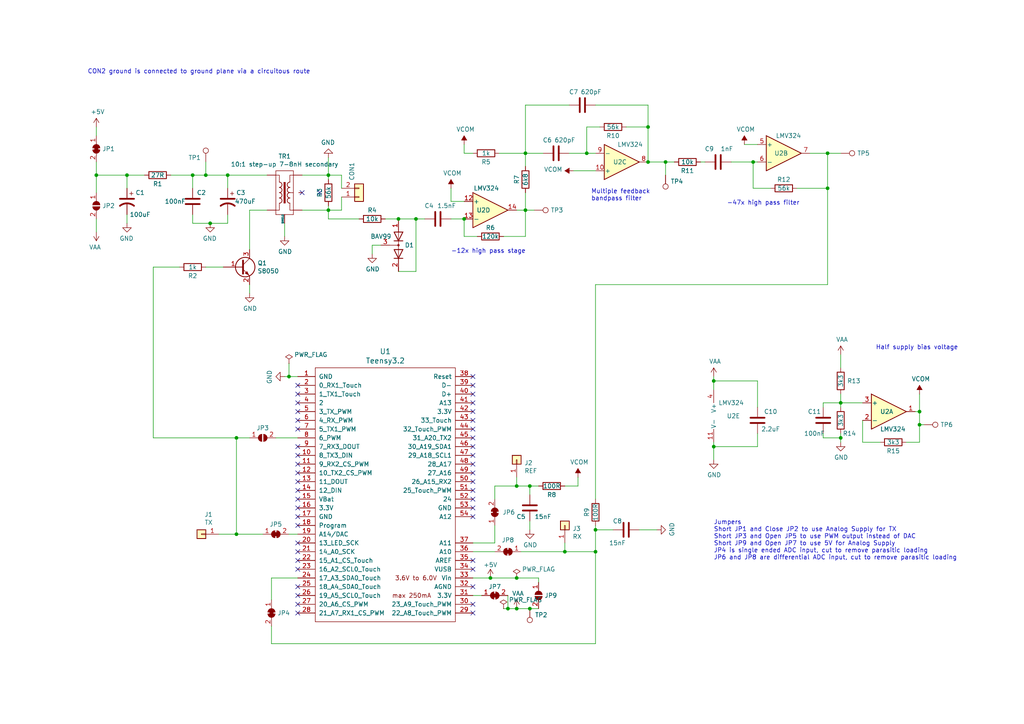
<source format=kicad_sch>
(kicad_sch (version 20211123) (generator eeschema)
  (paper "A4")
  (title_block (title "Freetail") (rev "1"))
  (lib_symbols
    (symbol "Amplifier_Operational:LM324" (pin_names (offset 0.127))
      (property "Reference" "U" (at 0 5.08 0))
      (property "Value" "LM324" (at 0 -5.08 0))
      (symbol "LM324_1_1"
        (polyline (pts (xy -5.08 5.08) (xy 5.08 0) (xy -5.08 -5.08) (xy -5.08 5.08)) (stroke (width 0.254)) (fill (type background)))
        (pin output line (at 7.62 0 180) (length 2.54) (name "~") (number "1"))
        (pin input line (at -7.62 -2.54 0) (length 2.54) (name "-") (number "2"))
        (pin input line (at -7.62 2.54 0) (length 2.54) (name "+") (number "3"))
      )
      (symbol "LM324_2_1"
        (polyline (pts (xy -5.08 5.08) (xy 5.08 0) (xy -5.08 -5.08) (xy -5.08 5.08)) (stroke (width 0.254)) (fill (type background)))
        (pin input line (at -7.62 2.54 0) (length 2.54) (name "+") (number "5"))
        (pin input line (at -7.62 -2.54 0) (length 2.54) (name "-") (number "6"))
        (pin output line (at 7.62 0 180) (length 2.54) (name "~") (number "7"))
      )
      (symbol "LM324_3_1"
        (polyline (pts (xy -5.08 5.08) (xy 5.08 0) (xy -5.08 -5.08) (xy -5.08 5.08)) (stroke (width 0.254)) (fill (type background)))
        (pin input line (at -7.62 2.54 0) (length 2.54) (name "+") (number "10"))
        (pin output line (at 7.62 0 180) (length 2.54) (name "~") (number "8"))
        (pin input line (at -7.62 -2.54 0) (length 2.54) (name "-") (number "9"))
      )
      (symbol "LM324_4_1"
        (polyline (pts (xy -5.08 5.08) (xy 5.08 0) (xy -5.08 -5.08) (xy -5.08 5.08)) (stroke (width 0.254)) (fill (type background)))
        (pin input line (at -7.62 2.54 0) (length 2.54) (name "+") (number "12"))
        (pin input line (at -7.62 -2.54 0) (length 2.54) (name "-") (number "13"))
        (pin output line (at 7.62 0 180) (length 2.54) (name "~") (number "14"))
      )
      (symbol "LM324_5_1"
        (pin power_in line (at -2.54 -7.62 90) (length 3.81) (name "V-") (number "11"))
        (pin power_in line (at -2.54 7.62 270) (length 3.81) (name "V+") (number "4"))
      )
    )
    (symbol "Connector:TestPoint" (pin_numbers hide) (pin_names (offset 0.762) hide)
      (property "Reference" "TP" (at 0 6.858 0))
      (property "Value" "TestPoint" (at 0 5.08 0))
      (symbol "TestPoint_0_1"
        (circle (center 0 3.302) (radius 0.762))
      )
      (symbol "TestPoint_1_1"
        (pin passive line (at 0 0 90) (length 2.54) (name "1") (number "1"))
      )
    )
    (symbol "Connector_Generic:Conn_01x01" (pin_names (offset 1.016) hide)
      (property "Reference" "J" (at 0 2.54 0))
      (property "Value" "Conn_01x01" (at 0 -2.54 0))
      (symbol "Conn_01x01_1_1"
        (rectangle (start -1.27 0.127) (end 0 -0.127) (stroke (width 0.1524)))
        (rectangle (start -1.27 1.27) (end 1.27 -1.27) (stroke (width 0.254)) (fill (type background)))
        (pin passive line (at -5.08 0 0) (length 3.81) (name "Pin_1") (number "1"))
      )
    )
    (symbol "Connector_Generic:Conn_01x02" (pin_names (offset 1.016) hide)
      (property "Reference" "J" (at 0 2.54 0))
      (property "Value" "Conn_01x02" (at 0 -5.08 0))
      (symbol "Conn_01x02_1_1"
        (rectangle (start -1.27 -2.413) (end 0 -2.667) (stroke (width 0.1524)))
        (rectangle (start -1.27 0.127) (end 0 -0.127) (stroke (width 0.1524)))
        (rectangle (start -1.27 1.27) (end 1.27 -3.81) (stroke (width 0.254)) (fill (type background)))
        (pin passive line (at -5.08 0 0) (length 3.81) (name "Pin_1") (number "1"))
        (pin passive line (at -5.08 -2.54 0) (length 3.81) (name "Pin_2") (number "2"))
      )
    )
    (symbol "Device:C" (pin_numbers hide) (pin_names (offset 0.254))
      (property "Reference" "C" (at 0.635 2.54 0))
      (property "Value" "C" (at 0.635 -2.54 0))
      (symbol "C_0_1"
        (polyline (pts (xy -2.032 -0.762) (xy 2.032 -0.762)) (stroke (width 0.508)))
        (polyline (pts (xy -2.032 0.762) (xy 2.032 0.762)) (stroke (width 0.508)))
      )
      (symbol "C_1_1"
        (pin passive line (at 0 3.81 270) (length 2.794) (name "~") (number "1"))
        (pin passive line (at 0 -3.81 90) (length 2.794) (name "~") (number "2"))
      )
    )
    (symbol "Device:CP1" (pin_numbers hide) (pin_names (offset 0.254) hide)
      (property "Reference" "C" (at 0.635 2.54 0))
      (property "Value" "Device_CP1" (at 0.635 -2.54 0))
      (symbol "CP1_0_1"
        (polyline (pts (xy -2.032 0.762) (xy 2.032 0.762)) (stroke (width 0.508)))
        (polyline (pts (xy -1.778 2.286) (xy -0.762 2.286)))
        (polyline (pts (xy -1.27 1.778) (xy -1.27 2.794)))
        (arc (start 2.032 -1.27) (mid 0 -0.5572) (end -2.032 -1.27) (stroke (width 0.508)))
      )
      (symbol "CP1_1_1"
        (pin passive line (at 0 3.81 270) (length 2.794) (name "~") (number "1"))
        (pin passive line (at 0 -3.81 90) (length 3.302) (name "~") (number "2"))
      )
    )
    (symbol "Device:D_x2_Serial_AKC" (pin_names (offset 0.762) hide)
      (property "Reference" "D" (at 1.27 -2.54 0))
      (property "Value" "Device_D_x2_Serial_AKC" (at 0 2.54 0))
      (symbol "D_x2_Serial_AKC_0_1"
        (polyline (pts (xy -3.81 0) (xy 3.81 0)))
        (polyline (pts (xy 0 0) (xy 0 -2.54)))
        (polyline (pts (xy 6.35 0) (xy 7.62 0)))
        (polyline (pts (xy -1.27 -1.27) (xy -1.27 1.27) (xy -1.27 1.27)) (stroke (width 0.254)))
        (polyline (pts (xy 3.81 1.27) (xy 3.81 -1.27) (xy 3.81 -1.27)) (stroke (width 0.254)))
        (polyline (pts (xy -3.81 1.27) (xy -1.27 0) (xy -3.81 -1.27) (xy -3.81 1.27) (xy -3.81 1.27) (xy -3.81 1.27)) (stroke (width 0.254)))
        (polyline (pts (xy 1.27 1.27) (xy 3.81 0) (xy 1.27 -1.27) (xy 1.27 1.27) (xy 1.27 1.27) (xy 1.27 1.27)) (stroke (width 0.254)))
        (circle (center 0 0) (radius 0.254) (fill (type outline)))
        (pin passive line (at -7.62 0 0) (length 3.81) (name "A") (number "1"))
        (pin passive line (at 7.62 0 180) (length 3.81) (name "K") (number "2"))
        (pin passive line (at 0 -5.08 90) (length 2.54) (name "common") (number "3"))
      )
    )
    (symbol "Device:Q_NPN_BEC" (pin_names (offset 0) hide)
      (property "Reference" "Q" (at 5.08 1.27 0))
      (property "Value" "Q_NPN_BEC" (at 5.08 -1.27 0))
      (symbol "Q_NPN_BEC_0_1"
        (polyline (pts (xy 0.635 0.635) (xy 2.54 2.54)))
        (polyline (pts (xy 0.635 -0.635) (xy 2.54 -2.54) (xy 2.54 -2.54)))
        (polyline (pts (xy 0.635 1.905) (xy 0.635 -1.905) (xy 0.635 -1.905)) (stroke (width 0.508)))
        (polyline (pts (xy 1.27 -1.778) (xy 1.778 -1.27) (xy 2.286 -2.286) (xy 1.27 -1.778) (xy 1.27 -1.778)) (fill (type outline)))
        (circle (center 1.27 0) (radius 2.8194) (stroke (width 0.254)))
      )
      (symbol "Q_NPN_BEC_1_1"
        (pin input line (at -5.08 0 0) (length 5.715) (name "B") (number "1"))
        (pin passive line (at 2.54 -5.08 90) (length 2.54) (name "E") (number "2"))
        (pin passive line (at 2.54 5.08 270) (length 2.54) (name "C") (number "3"))
      )
    )
    (symbol "Device:R" (pin_numbers hide) (pin_names (offset 0))
      (property "Reference" "R" (at 2.032 0 90))
      (property "Value" "R" (at 0 0 90))
      (symbol "R_0_1"
        (rectangle (start -1.016 -2.54) (end 1.016 2.54) (stroke (width 0.254)))
      )
      (symbol "R_1_1"
        (pin passive line (at 0 3.81 270) (length 1.27) (name "~") (number "1"))
        (pin passive line (at 0 -3.81 90) (length 1.27) (name "~") (number "2"))
      )
    )
    (symbol "Jumper:SolderJumper_2_Bridged" (pin_names (offset 0) hide)
      (property "Reference" "JP" (at 0 2.032 0))
      (property "Value" "SolderJumper_2_Bridged" (at 0 -2.54 0))
      (symbol "SolderJumper_2_Bridged_0_1"
        (rectangle (start -0.508 0.508) (end 0.508 -0.508) (fill (type outline)))
        (arc (start -0.254 1.016) (mid -1.27 0) (end -0.254 -1.016))
        (arc (start -0.254 1.016) (mid -1.27 0) (end -0.254 -1.016) (fill (type outline)))
        (polyline (pts (xy -0.254 1.016) (xy -0.254 -1.016)))
        (polyline (pts (xy 0.254 1.016) (xy 0.254 -1.016)))
        (arc (start 0.254 -1.016) (mid 1.27 0) (end 0.254 1.016))
        (arc (start 0.254 -1.016) (mid 1.27 0) (end 0.254 1.016) (fill (type outline)))
      )
      (symbol "SolderJumper_2_Bridged_1_1"
        (pin passive line (at -3.81 0 0) (length 2.54) (name "A") (number "1"))
        (pin passive line (at 3.81 0 180) (length 2.54) (name "B") (number "2"))
      )
    )
    (symbol "Jumper:SolderJumper_2_Open" (pin_names (offset 0) hide)
      (property "Reference" "JP" (at 0 2.032 0))
      (property "Value" "SolderJumper_2_Open" (at 0 -2.54 0))
      (symbol "SolderJumper_2_Open_0_1"
        (arc (start -0.254 1.016) (mid -1.27 0) (end -0.254 -1.016))
        (arc (start -0.254 1.016) (mid -1.27 0) (end -0.254 -1.016) (fill (type outline)))
        (polyline (pts (xy -0.254 1.016) (xy -0.254 -1.016)))
        (polyline (pts (xy 0.254 1.016) (xy 0.254 -1.016)))
        (arc (start 0.254 -1.016) (mid 1.27 0) (end 0.254 1.016))
        (arc (start 0.254 -1.016) (mid 1.27 0) (end 0.254 1.016) (fill (type outline)))
      )
      (symbol "SolderJumper_2_Open_1_1"
        (pin passive line (at -3.81 0 0) (length 2.54) (name "A") (number "1"))
        (pin passive line (at 3.81 0 180) (length 2.54) (name "B") (number "2"))
      )
    )
    (symbol "power:+5V" (power) (pin_names (offset 0))
      (property "Value" "+5V" (at 0 3.556 0))
      (symbol "+5V_0_1"
        (polyline (pts (xy -0.762 1.27) (xy 0 2.54)))
        (polyline (pts (xy 0 0) (xy 0 2.54)))
        (polyline (pts (xy 0 2.54) (xy 0.762 1.27)))
      )
      (symbol "+5V_1_1"
        (pin power_in line (at 0 0 90) (length 0) hide (name "+5V") (number "1"))
      )
    )
    (symbol "power:GND" (power) (pin_names (offset 0))
      (property "Value" "GND" (at 0 -3.81 0))
      (symbol "GND_0_1"
        (polyline (pts (xy 0 0) (xy 0 -1.27) (xy 1.27 -1.27) (xy 0 -2.54) (xy -1.27 -1.27) (xy 0 -1.27)))
      )
      (symbol "GND_1_1"
        (pin power_in line (at 0 0 270) (length 0) hide (name "GND") (number "1"))
      )
    )
    (symbol "power:PWR_FLAG" (power) (pin_numbers hide) (pin_names (offset 0) hide)
      (property "Value" "PWR_FLAG" (at 0 3.81 0))
      (symbol "PWR_FLAG_0_0"
        (pin power_out line (at 0 0 90) (length 0) (name "pwr") (number "1"))
      )
      (symbol "PWR_FLAG_0_1"
        (polyline (pts (xy 0 0) (xy 0 1.27) (xy -1.016 1.905) (xy 0 2.54) (xy 1.016 1.905) (xy 0 1.27)))
      )
    )
    (symbol "power:VAA" (power) (pin_names (offset 0))
      (property "Value" "VAA" (at 0 3.81 0))
      (symbol "VAA_0_1"
        (polyline (pts (xy -0.762 1.27) (xy 0 2.54)))
        (polyline (pts (xy 0 0) (xy 0 2.54)))
        (polyline (pts (xy 0 2.54) (xy 0.762 1.27)))
      )
      (symbol "VAA_1_1"
        (pin power_in line (at 0 0 90) (length 0) hide (name "VAA") (number "1"))
      )
    )
    (symbol "power:VCOM" (power) (pin_names (offset 0))
      (property "Value" "VCOM" (at 0 3.81 0))
      (symbol "VCOM_0_1"
        (polyline (pts (xy 0 0) (xy 0 2.54)))
        (polyline (pts (xy 0.762 1.27) (xy -0.762 1.27) (xy 0 2.54) (xy 0.762 1.27)) (fill (type outline)))
      )
      (symbol "VCOM_1_1"
        (pin power_in line (at 0 0 90) (length 0) hide (name "VCOM") (number "1"))
      )
    )
    (symbol "teensy:Teensy3.2" (pin_names (offset 1.016))
      (property "Reference" "U" (at 0 39.37 0))
      (property "Value" "Teensy3.2" (at 0 -39.37 0))
      (symbol "Teensy3.2_0_0"
        (text "3.6V to 6.0V" (at 8.89 -24.13 0) (effects (font (size 1.27 1.27))))
        (text "max 250mA" (at 7.62 -29.21 0) (effects (font (size 1.27 1.27))))
      )
      (symbol "Teensy3.2_0_1"
        (rectangle (start -20.32 -36.83) (end 20.32 36.83))
      )
      (symbol "Teensy3.2_1_1"
        (pin power_in line (at -25.4 34.29 0) (length 5.08) (name "GND") (number "1"))
        (pin bidirectional line (at -25.4 11.43 0) (length 5.08) (name "8_TX3_DIN") (number "10"))
        (pin bidirectional line (at -25.4 8.89 0) (length 5.08) (name "9_RX2_CS_PWM") (number "11"))
        (pin bidirectional line (at -25.4 6.35 0) (length 5.08) (name "10_TX2_CS_PWM") (number "12"))
        (pin bidirectional line (at -25.4 3.81 0) (length 5.08) (name "11_DOUT") (number "13"))
        (pin bidirectional line (at -25.4 1.27 0) (length 5.08) (name "12_DIN") (number "14"))
        (pin power_in line (at -25.4 -1.27 0) (length 5.08) (name "VBat") (number "15"))
        (pin power_out line (at -25.4 -3.81 0) (length 5.08) (name "3.3V") (number "16"))
        (pin power_in line (at -25.4 -6.35 0) (length 5.08) (name "GND") (number "17"))
        (pin input line (at -25.4 -8.89 0) (length 5.08) (name "Program") (number "18"))
        (pin bidirectional line (at -25.4 -11.43 0) (length 5.08) (name "A14/DAC") (number "19"))
        (pin bidirectional line (at -25.4 31.75 0) (length 5.08) (name "0_RX1_Touch") (number "2"))
        (pin bidirectional line (at -25.4 -13.97 0) (length 5.08) (name "13_LED_SCK") (number "20"))
        (pin bidirectional line (at -25.4 -16.51 0) (length 5.08) (name "14_A0_SCK") (number "21"))
        (pin bidirectional line (at -25.4 -19.05 0) (length 5.08) (name "15_A1_CS_Touch") (number "22"))
        (pin bidirectional line (at -25.4 -21.59 0) (length 5.08) (name "16_A2_SCL0_Touch") (number "23"))
        (pin bidirectional line (at -25.4 -24.13 0) (length 5.08) (name "17_A3_SDA0_Touch") (number "24"))
        (pin bidirectional line (at -25.4 -26.67 0) (length 5.08) (name "18_A4_SDA0_Touch") (number "25"))
        (pin bidirectional line (at -25.4 -29.21 0) (length 5.08) (name "19_A5_SCL0_Touch") (number "26"))
        (pin bidirectional line (at -25.4 -31.75 0) (length 5.08) (name "20_A6_CS_PWM") (number "27"))
        (pin bidirectional line (at -25.4 -34.29 0) (length 5.08) (name "21_A7_RX1_CS_PWM") (number "28"))
        (pin bidirectional line (at 25.4 -34.29 180) (length 5.08) (name "22_A8_Touch_PWM") (number "29"))
        (pin bidirectional line (at -25.4 29.21 0) (length 5.08) (name "1_TX1_Touch") (number "3"))
        (pin bidirectional line (at 25.4 -31.75 180) (length 5.08) (name "23_A9_Touch_PWM") (number "30"))
        (pin power_out line (at 25.4 -29.21 180) (length 5.08) (name "3.3V") (number "31"))
        (pin power_out line (at 25.4 -26.67 180) (length 5.08) (name "AGND") (number "32"))
        (pin power_in line (at 25.4 -24.13 180) (length 5.08) (name "Vin") (number "33"))
        (pin power_in line (at 25.4 -21.59 180) (length 5.08) (name "VUSB") (number "34"))
        (pin input line (at 25.4 -19.05 180) (length 5.08) (name "AREF") (number "35"))
        (pin bidirectional line (at 25.4 -16.51 180) (length 5.08) (name "A10") (number "36"))
        (pin bidirectional line (at 25.4 -13.97 180) (length 5.08) (name "A11") (number "37"))
        (pin input line (at 25.4 34.29 180) (length 5.08) (name "Reset") (number "38"))
        (pin bidirectional line (at 25.4 31.75 180) (length 5.08) (name "D-") (number "39"))
        (pin bidirectional line (at -25.4 26.67 0) (length 5.08) (name "2") (number "4"))
        (pin bidirectional line (at 25.4 29.21 180) (length 5.08) (name "D+") (number "40"))
        (pin bidirectional line (at 25.4 26.67 180) (length 5.08) (name "A13") (number "41"))
        (pin power_out line (at 25.4 24.13 180) (length 5.08) (name "3.3V") (number "42"))
        (pin bidirectional line (at 25.4 21.59 180) (length 5.08) (name "33_Touch") (number "43"))
        (pin bidirectional line (at 25.4 19.05 180) (length 5.08) (name "32_Touch_PWM") (number "44"))
        (pin bidirectional line (at 25.4 16.51 180) (length 5.08) (name "31_A20_TX2") (number "45"))
        (pin bidirectional line (at 25.4 13.97 180) (length 5.08) (name "30_A19_SDA1") (number "46"))
        (pin bidirectional line (at 25.4 11.43 180) (length 5.08) (name "29_A18_SCL1") (number "47"))
        (pin bidirectional line (at 25.4 8.89 180) (length 5.08) (name "28_A17") (number "48"))
        (pin bidirectional line (at 25.4 6.35 180) (length 5.08) (name "27_A16") (number "49"))
        (pin bidirectional line (at -25.4 24.13 0) (length 5.08) (name "3_TX_PWM") (number "5"))
        (pin bidirectional line (at 25.4 3.81 180) (length 5.08) (name "26_A15_RX2") (number "50"))
        (pin bidirectional line (at 25.4 1.27 180) (length 5.08) (name "25_Touch_PWM") (number "51"))
        (pin bidirectional line (at 25.4 -1.27 180) (length 5.08) (name "24") (number "52"))
        (pin power_in line (at 25.4 -3.81 180) (length 5.08) (name "GND") (number "53"))
        (pin bidirectional line (at 25.4 -6.35 180) (length 5.08) (name "A12") (number "54"))
        (pin bidirectional line (at -25.4 21.59 0) (length 5.08) (name "4_RX_PWM") (number "6"))
        (pin bidirectional line (at -25.4 19.05 0) (length 5.08) (name "5_TX1_PWM") (number "7"))
        (pin bidirectional line (at -25.4 16.51 0) (length 5.08) (name "6_PWM") (number "8"))
        (pin bidirectional line (at -25.4 13.97 0) (length 5.08) (name "7_RX3_DOUT") (number "9"))
      )
    )
    (symbol "transformer:Ultrasonic_transformer" (pin_numbers hide) (pin_names (offset 0))
      (property "Reference" "TR" (at -5.08 6.35 0))
      (property "Value" "Ultrasonic_transformer" (at 0 8.89 0))
      (symbol "Ultrasonic_transformer_0_1"
        (rectangle (start -2.54 -6.35) (end -2.54 6.35))
        (rectangle (start -2.54 6.35) (end 2.54 6.35))
        (arc (start -1.524 -3.048) (mid -0.762 -2.286) (end -1.524 -1.524) (stroke (width 0.2032)))
        (arc (start -1.524 -1.524) (mid -0.762 -0.762) (end -1.524 0) (stroke (width 0.2032)))
        (arc (start -1.524 0) (mid -0.762 0.762) (end -1.524 1.524) (stroke (width 0.2032)))
        (arc (start -1.524 1.524) (mid -0.762 2.286) (end -1.524 3.048) (stroke (width 0.2032)))
        (polyline (pts (xy 1.524 0) (xy 2.54 0) (xy 2.54 0)) (fill (type outline)))
        (polyline (pts (xy -2.54 -5.08) (xy -1.524 -5.08) (xy -1.524 -3.048) (xy -1.524 -3.048)) (stroke (width 0.1524)))
        (polyline (pts (xy -1.524 3.048) (xy -1.524 5.08) (xy -2.54 5.08) (xy -2.54 5.08)) (stroke (width 0.1524)))
        (polyline (pts (xy 1.524 -3.048) (xy 1.524 -5.08) (xy 2.54 -5.08) (xy 2.54 -5.08)) (stroke (width 0.1524)))
        (polyline (pts (xy 2.54 5.08) (xy 1.524 5.08) (xy 1.524 3.048) (xy 1.524 3.048)) (stroke (width 0.1524)))
        (rectangle (start 0.254 3.048) (end -0.254 -3.048) (stroke (width 0.0254)) (fill (type outline)))
        (arc (start 1.524 -1.524) (mid 0.762 -2.286) (end 1.524 -3.048) (stroke (width 0.2032)))
        (arc (start 1.524 0) (mid 0.762 -0.762) (end 1.524 -1.524) (stroke (width 0.2032)))
        (arc (start 1.524 1.524) (mid 0.762 0.762) (end 1.524 0) (stroke (width 0.2032)))
        (arc (start 1.524 3.048) (mid 0.762 2.286) (end 1.524 1.524) (stroke (width 0.2032)))
        (rectangle (start 2.54 -6.35) (end -2.54 -6.35))
        (rectangle (start 2.54 6.35) (end 2.54 -6.35))
      )
      (symbol "Ultrasonic_transformer_1_1"
        (pin passive line (at 5.08 -5.08 180) (length 2.54) (name "~") (number "1"))
        (pin passive line (at 5.08 0 180) (length 0.9906) (name "~") (number "2"))
        (pin passive line (at 5.08 5.08 180) (length 2.54) (name "~") (number "3"))
        (pin passive line (at -5.08 5.08 0) (length 2.54) (name "~") (number "4"))
        (pin passive line (at -5.08 -5.08 0) (length 2.54) (name "~") (number "6"))
        (pin passive line (at 0 -8.89 90) (length 2.54) (name "SHIELD") (number "7"))
        (pin passive line (at 0 -8.89 90) (length 2.54) hide (name "~") (number "8"))
      )
    )
  )
  (junction (at 187.96 46.99))
  (junction (at 207.01 110.49))
  (junction (at 193.04 46.99))
  (junction (at 243.84 116.84))
  (junction (at 120.65 63.5))
  (junction (at 152.4 60.96))
  (junction (at 218.44 46.99))
  (junction (at 149.86 167.64))
  (junction (at 95.25 60.96))
  (junction (at 134.62 63.5))
  (junction (at 36.83 50.8))
  (junction (at 153.67 176.53))
  (junction (at 55.88 50.8))
  (junction (at 152.4 44.45))
  (junction (at 207.01 129.54))
  (junction (at 147.32 176.53))
  (junction (at 68.58 127))
  (junction (at 115.57 63.5))
  (junction (at 68.58 154.94))
  (junction (at 240.03 44.45))
  (junction (at 95.25 50.8))
  (junction (at 66.04 50.8))
  (junction (at 27.94 50.8))
  (junction (at 149.86 140.97))
  (junction (at 266.7 119.38))
  (junction (at 266.7 123.19))
  (junction (at 170.18 44.45))
  (junction (at 163.83 160.02))
  (junction (at 153.67 140.97))
  (junction (at 149.86 176.53))
  (junction (at 83.82 109.22))
  (junction (at 187.96 36.83))
  (junction (at 60.96 64.77))
  (junction (at 240.03 54.61))
  (junction (at 243.84 127))
  (junction (at 59.69 50.8))
  (junction (at 142.24 167.64))
  (junction (at 172.72 160.02))
  (junction (at 172.72 153.67))
  (no_connect (at 86.36 119.38))
  (no_connect (at 87.63 55.88))
  (no_connect (at 86.36 149.86))
  (no_connect (at 137.16 121.92))
  (no_connect (at 86.36 121.92))
  (no_connect (at 137.16 129.54))
  (no_connect (at 137.16 177.8))
  (no_connect (at 137.16 165.1))
  (no_connect (at 137.16 142.24))
  (no_connect (at 86.36 116.84))
  (no_connect (at 86.36 124.46))
  (no_connect (at 137.16 111.76))
  (no_connect (at 137.16 114.3))
  (no_connect (at 86.36 175.26))
  (no_connect (at 86.36 172.72))
  (no_connect (at 86.36 152.4))
  (no_connect (at 86.36 134.62))
  (no_connect (at 137.16 109.22))
  (no_connect (at 86.36 162.56))
  (no_connect (at 137.16 144.78))
  (no_connect (at 137.16 137.16))
  (no_connect (at 86.36 177.8))
  (no_connect (at 137.16 119.38))
  (no_connect (at 86.36 165.1))
  (no_connect (at 137.16 149.86))
  (no_connect (at 137.16 134.62))
  (no_connect (at 86.36 142.24))
  (no_connect (at 137.16 124.46))
  (no_connect (at 86.36 132.08))
  (no_connect (at 86.36 111.76))
  (no_connect (at 86.36 129.54))
  (no_connect (at 86.36 114.3))
  (no_connect (at 86.36 170.18))
  (no_connect (at 137.16 132.08))
  (no_connect (at 86.36 139.7))
  (no_connect (at 137.16 116.84))
  (no_connect (at 92.71 55.88))
  (no_connect (at 86.36 147.32))
  (no_connect (at 86.36 160.02))
  (no_connect (at 86.36 137.16))
  (no_connect (at 137.16 162.56))
  (no_connect (at 137.16 175.26))
  (no_connect (at 86.36 157.48))
  (no_connect (at 86.36 144.78))
  (no_connect (at 137.16 139.7))
  (no_connect (at 137.16 127))
  (no_connect (at 137.16 170.18))
  (no_connect (at 137.16 147.32))
  (wire (pts (xy 66.04 50.8) (xy 59.69 50.8)))
  (wire (pts (xy 27.94 55.88) (xy 27.94 50.8)))
  (wire (pts (xy 163.83 160.02) (xy 172.72 160.02)))
  (wire (pts (xy 240.03 44.45) (xy 240.03 54.61)))
  (wire (pts (xy 219.71 118.11) (xy 219.71 110.49)))
  (wire (pts (xy 36.83 64.77) (xy 36.83 62.23)))
  (wire (pts (xy 27.94 63.5) (xy 27.94 67.31)))
  (wire (pts (xy 172.72 153.67) (xy 172.72 160.02)))
  (wire (pts (xy 152.4 68.58) (xy 152.4 60.96)))
  (wire (pts (xy 152.4 44.45) (xy 152.4 48.26)))
  (wire (pts (xy 152.4 44.45) (xy 157.48 44.45)))
  (wire (pts (xy 170.18 36.83) (xy 170.18 44.45)))
  (wire (pts (xy 238.76 118.11) (xy 238.76 116.84)))
  (wire (pts (xy 219.71 129.54) (xy 207.01 129.54)))
  (wire (pts (xy 149.86 138.43) (xy 149.86 140.97)))
  (wire (pts (xy 203.2 46.99) (xy 204.47 46.99)))
  (wire (pts (xy 68.58 127) (xy 68.58 154.94)))
  (wire (pts (xy 120.65 63.5) (xy 123.19 63.5)))
  (wire (pts (xy 170.18 44.45) (xy 172.72 44.45)))
  (wire (pts (xy 83.82 105.41) (xy 83.82 109.22)))
  (wire (pts (xy 137.16 160.02) (xy 143.51 160.02)))
  (wire (pts (xy 219.71 125.73) (xy 219.71 129.54)))
  (wire (pts (xy 207.01 109.22) (xy 207.01 110.49)))
  (wire (pts (xy 27.94 50.8) (xy 27.94 46.99)))
  (wire (pts (xy 153.67 153.67) (xy 153.67 151.13)))
  (wire (pts (xy 134.62 41.91) (xy 134.62 44.45)))
  (wire (pts (xy 147.32 176.53) (xy 149.86 176.53)))
  (wire (pts (xy 66.04 64.77) (xy 60.96 64.77)))
  (wire (pts (xy 143.51 157.48) (xy 143.51 152.4)))
  (wire (pts (xy 149.86 167.64) (xy 156.21 167.64)))
  (wire (pts (xy 243.84 114.3) (xy 243.84 116.84)))
  (wire (pts (xy 78.74 186.69) (xy 172.72 186.69)))
  (wire (pts (xy 218.44 46.99) (xy 219.71 46.99)))
  (wire (pts (xy 78.74 167.64) (xy 78.74 173.99)))
  (wire (pts (xy 134.62 44.45) (xy 137.16 44.45)))
  (wire (pts (xy 243.84 116.84) (xy 243.84 118.11)))
  (wire (pts (xy 120.65 78.74) (xy 120.65 63.5)))
  (wire (pts (xy 130.81 58.42) (xy 134.62 58.42)))
  (wire (pts (xy 152.4 60.96) (xy 154.94 60.96)))
  (wire (pts (xy 95.25 50.8) (xy 95.25 45.72)))
  (wire (pts (xy 266.7 128.27) (xy 262.89 128.27)))
  (wire (pts (xy 138.43 68.58) (xy 134.62 68.58)))
  (wire (pts (xy 137.16 157.48) (xy 143.51 157.48)))
  (wire (pts (xy 144.78 44.45) (xy 152.4 44.45)))
  (wire (pts (xy 107.95 73.66) (xy 107.95 71.12)))
  (wire (pts (xy 172.72 82.55) (xy 240.03 82.55)))
  (wire (pts (xy 82.55 68.58) (xy 82.55 64.77)))
  (wire (pts (xy 87.63 50.8) (xy 95.25 50.8)))
  (wire (pts (xy 266.7 114.3) (xy 266.7 119.38)))
  (wire (pts (xy 156.21 167.64) (xy 156.21 168.91)))
  (wire (pts (xy 250.19 121.92) (xy 250.19 128.27)))
  (wire (pts (xy 115.57 78.74) (xy 120.65 78.74)))
  (wire (pts (xy 223.52 54.61) (xy 218.44 54.61)))
  (wire (pts (xy 238.76 125.73) (xy 238.76 127)))
  (wire (pts (xy 172.72 160.02) (xy 172.72 186.69)))
  (wire (pts (xy 44.45 127) (xy 68.58 127)))
  (wire (pts (xy 165.1 44.45) (xy 170.18 44.45)))
  (wire (pts (xy 99.06 50.8) (xy 95.25 50.8)))
  (wire (pts (xy 167.64 140.97) (xy 163.83 140.97)))
  (wire (pts (xy 152.4 30.48) (xy 165.1 30.48)))
  (wire (pts (xy 172.72 30.48) (xy 187.96 30.48)))
  (wire (pts (xy 86.36 127) (xy 80.01 127)))
  (wire (pts (xy 207.01 110.49) (xy 207.01 113.03)))
  (wire (pts (xy 83.82 109.22) (xy 82.55 109.22)))
  (wire (pts (xy 243.84 44.45) (xy 240.03 44.45)))
  (wire (pts (xy 152.4 60.96) (xy 152.4 55.88)))
  (wire (pts (xy 99.06 60.96) (xy 95.25 60.96)))
  (wire (pts (xy 163.83 157.48) (xy 163.83 160.02)))
  (wire (pts (xy 78.74 167.64) (xy 86.36 167.64)))
  (wire (pts (xy 55.88 64.77) (xy 55.88 62.23)))
  (wire (pts (xy 134.62 68.58) (xy 134.62 63.5)))
  (wire (pts (xy 87.63 60.96) (xy 95.25 60.96)))
  (wire (pts (xy 207.01 128.27) (xy 207.01 129.54)))
  (wire (pts (xy 68.58 154.94) (xy 76.2 154.94)))
  (wire (pts (xy 187.96 30.48) (xy 187.96 36.83)))
  (wire (pts (xy 66.04 62.23) (xy 66.04 64.77)))
  (wire (pts (xy 104.14 63.5) (xy 95.25 63.5)))
  (wire (pts (xy 130.81 54.61) (xy 130.81 58.42)))
  (wire (pts (xy 115.57 63.5) (xy 120.65 63.5)))
  (wire (pts (xy 219.71 110.49) (xy 207.01 110.49)))
  (wire (pts (xy 44.45 77.47) (xy 52.07 77.47)))
  (wire (pts (xy 63.5 154.94) (xy 68.58 154.94)))
  (wire (pts (xy 240.03 54.61) (xy 240.03 82.55)))
  (wire (pts (xy 238.76 127) (xy 243.84 127)))
  (wire (pts (xy 250.19 128.27) (xy 255.27 128.27)))
  (wire (pts (xy 177.8 153.67) (xy 172.72 153.67)))
  (wire (pts (xy 266.7 123.19) (xy 266.7 128.27)))
  (wire (pts (xy 99.06 50.8) (xy 99.06 54.61)))
  (wire (pts (xy 95.25 59.69) (xy 95.25 60.96)))
  (wire (pts (xy 77.47 60.96) (xy 72.39 60.96)))
  (wire (pts (xy 130.81 63.5) (xy 134.62 63.5)))
  (wire (pts (xy 49.53 50.8) (xy 55.88 50.8)))
  (wire (pts (xy 36.83 54.61) (xy 36.83 50.8)))
  (wire (pts (xy 64.77 77.47) (xy 59.69 77.47)))
  (wire (pts (xy 243.84 116.84) (xy 250.19 116.84)))
  (wire (pts (xy 187.96 36.83) (xy 187.96 46.99)))
  (wire (pts (xy 151.13 160.02) (xy 163.83 160.02)))
  (wire (pts (xy 193.04 46.99) (xy 195.58 46.99)))
  (wire (pts (xy 240.03 44.45) (xy 234.95 44.45)))
  (wire (pts (xy 149.86 176.53) (xy 153.67 176.53)))
  (wire (pts (xy 212.09 46.99) (xy 218.44 46.99)))
  (wire (pts (xy 72.39 127) (xy 68.58 127)))
  (wire (pts (xy 143.51 140.97) (xy 149.86 140.97)))
  (wire (pts (xy 152.4 30.48) (xy 152.4 44.45)))
  (wire (pts (xy 83.82 154.94) (xy 86.36 154.94)))
  (wire (pts (xy 72.39 82.55) (xy 72.39 85.09)))
  (wire (pts (xy 231.14 54.61) (xy 240.03 54.61)))
  (wire (pts (xy 60.96 64.77) (xy 55.88 64.77)))
  (wire (pts (xy 95.25 50.8) (xy 95.25 52.07)))
  (wire (pts (xy 266.7 119.38) (xy 265.43 119.38)))
  (wire (pts (xy 27.94 39.37) (xy 27.94 36.83)))
  (wire (pts (xy 153.67 140.97) (xy 156.21 140.97)))
  (wire (pts (xy 172.72 82.55) (xy 172.72 144.78)))
  (wire (pts (xy 59.69 50.8) (xy 55.88 50.8)))
  (wire (pts (xy 243.84 106.68) (xy 243.84 102.87)))
  (wire (pts (xy 207.01 129.54) (xy 207.01 133.35)))
  (wire (pts (xy 142.24 167.64) (xy 149.86 167.64)))
  (wire (pts (xy 219.71 41.91) (xy 215.9 41.91)))
  (wire (pts (xy 66.04 54.61) (xy 66.04 50.8)))
  (wire (pts (xy 137.16 172.72) (xy 139.7 172.72)))
  (wire (pts (xy 238.76 116.84) (xy 243.84 116.84)))
  (wire (pts (xy 107.95 71.12) (xy 110.49 71.12)))
  (wire (pts (xy 44.45 77.47) (xy 44.45 127)))
  (wire (pts (xy 181.61 36.83) (xy 187.96 36.83)))
  (wire (pts (xy 267.97 123.19) (xy 266.7 123.19)))
  (wire (pts (xy 143.51 144.78) (xy 143.51 140.97)))
  (wire (pts (xy 146.05 176.53) (xy 147.32 176.53)))
  (wire (pts (xy 146.05 68.58) (xy 152.4 68.58)))
  (wire (pts (xy 78.74 181.61) (xy 78.74 186.69)))
  (wire (pts (xy 111.76 63.5) (xy 115.57 63.5)))
  (wire (pts (xy 166.37 49.53) (xy 172.72 49.53)))
  (wire (pts (xy 218.44 54.61) (xy 218.44 46.99)))
  (wire (pts (xy 172.72 152.4) (xy 172.72 153.67)))
  (wire (pts (xy 95.25 63.5) (xy 95.25 60.96)))
  (wire (pts (xy 173.99 36.83) (xy 170.18 36.83)))
  (wire (pts (xy 243.84 125.73) (xy 243.84 127)))
  (wire (pts (xy 55.88 54.61) (xy 55.88 50.8)))
  (wire (pts (xy 99.06 57.15) (xy 99.06 60.96)))
  (wire (pts (xy 27.94 50.8) (xy 36.83 50.8)))
  (wire (pts (xy 153.67 176.53) (xy 156.21 176.53)))
  (wire (pts (xy 86.36 109.22) (xy 83.82 109.22)))
  (wire (pts (xy 36.83 50.8) (xy 41.91 50.8)))
  (wire (pts (xy 185.42 153.67) (xy 190.5 153.67)))
  (wire (pts (xy 147.32 172.72) (xy 147.32 176.53)))
  (wire (pts (xy 72.39 60.96) (xy 72.39 72.39)))
  (wire (pts (xy 167.64 138.43) (xy 167.64 140.97)))
  (wire (pts (xy 266.7 119.38) (xy 266.7 123.19)))
  (wire (pts (xy 149.86 140.97) (xy 153.67 140.97)))
  (wire (pts (xy 149.86 60.96) (xy 152.4 60.96)))
  (wire (pts (xy 142.24 167.64) (xy 137.16 167.64)))
  (wire (pts (xy 193.04 50.8) (xy 193.04 46.99)))
  (wire (pts (xy 66.04 50.8) (xy 77.47 50.8)))
  (wire (pts (xy 243.84 127) (xy 243.84 128.27)))
  (wire (pts (xy 153.67 143.51) (xy 153.67 140.97)))
  (wire (pts (xy 187.96 46.99) (xy 193.04 46.99)))
  (wire (pts (xy 59.69 46.99) (xy 59.69 50.8)))
  (text "-12x high pass stage" (at 130.81 73.66 0) (effects (font (size 1.27 1.27)) (justify left bottom)))
  (text "Jumpers\nShort JP1 and Close JP2 to use Analog Supply for TX\nShort JP3 and Open JP5 to use PWM output instead of DAC\nShort JP9 and Open JP7 to use 5V for Analog Supply\nJP4 is single ended ADC input, cut to remove parasitic loading\nJP6 and JP8 are differential ADC input, cut to remove parasitic loading" (at 207.01 162.56 0) (effects (font (size 1.27 1.27)) (justify left bottom)))
  (text "Multiple feedback\nbandpass filter" (at 171.45 58.42 0) (effects (font (size 1.27 1.27)) (justify left bottom)))
  (text "-47x high pass filter" (at 210.82 59.69 0) (effects (font (size 1.27 1.27)) (justify left bottom)))
  (text "CON2 ground is connected to ground plane via a circuitous route" (at 25.4 21.59 0) (effects (font (size 1.27 1.27)) (justify left bottom)))
  (text "Half supply bias voltage" (at 254 101.6 0) (effects (font (size 1.27 1.27)) (justify left bottom)))
  (symbol (lib_id "Device:R") (at 140.97 44.45 90) (unit 1)
    (property "Reference" "R5" (at 140.97 46.99 90))
    (property "Value" "1k" (at 140.97 44.45 90))
    (property "Footprint" "Resistor_SMD:R_0603_1608Metric_Pad0.98x0.95mm_HandSolder" (effects hide))
    (property "Digikey Part" "RMCF0603FT1K00CT-ND" (effects hide))
  )
  (symbol (lib_id "Device:R") (at 152.4 52.07 0) (unit 1)
    (property "Reference" "R7" (at 149.86 52.07 90))
    (property "Value" "6k8" (at 152.4 52.07 90))
    (property "Footprint" "Resistor_SMD:R_0603_1608Metric_Pad0.98x0.95mm_HandSolder" (effects hide))
    (property "Digikey Part" "RMCF0603FT6K80CT-ND" (effects hide))
  )
  (symbol (lib_id "Device:R") (at 142.24 68.58 270) (unit 1)
    (property "Reference" "R6" (at 142.24 66.04 90))
    (property "Value" "120k" (at 142.24 68.58 90))
    (property "Footprint" "Resistor_SMD:R_0603_1608Metric_Pad0.98x0.95mm_HandSolder" (effects hide))
    (property "Digikey Part" "RMCF0603FT120KCT-ND" (effects hide))
  )
  (symbol (lib_id "Device:R") (at 107.95 63.5 270) (unit 1)
    (property "Reference" "R4" (at 107.95 60.96 90))
    (property "Value" "10k" (at 107.95 63.5 90))
    (property "Footprint" "Resistor_SMD:R_0603_1608Metric_Pad0.98x0.95mm_HandSolder" (effects hide))
    (property "Digikey Part" "YAG2321CT-ND" (effects hide))
  )
  (symbol (lib_id "Device:CP1") (at 66.04 58.42 0) (mirror y) (unit 1)
    (property "Reference" "C3" (at 69.85 55.88 0))
    (property "Value" "470uF" (at 71.12 58.42 0))
    (property "Footprint" "Capacitor_THT:CP_Radial_D6.3mm_P2.50mm" (effects hide))
    (property "Datasheet" "https://www.we-online.com/katalog/datasheet/860010273011.pdf" (effects hide))
    (property "Digikey Part" "732-8708-1-ND" (effects hide))
  )
  (symbol (lib_id "Device:Q_NPN_BEC") (at 69.85 77.47 0) (unit 1)
    (property "Reference" "Q1" (at 74.676 76.3016 0) (effects (justify left)))
    (property "Value" "S8050" (at 74.676 78.613 0) (effects (justify left)))
    (property "Footprint" "Package_TO_SOT_SMD:SOT-23" (effects hide))
    (property "Datasheet" "https://16748.lightstrade.com/view/516066/J3Y-NPN-SMD-Transistor-S8050.html" (effects hide))
    (property "Digikey Part" "641-1790-1-ND" (effects hide))
  )
  (symbol (lib_id "Device:D_x2_Serial_AKC") (at 115.57 71.12 270) (unit 1)
    (property "Reference" "D1" (at 118.745 71.12 90))
    (property "Value" "BAV99" (at 110.49 68.58 90))
    (property "Footprint" "Package_TO_SOT_SMD:SOT-323_SC-70_Handsoldering" (effects hide))
    (property "Datasheet" "https://assets.nexperia.com/documents/data-sheet/BAV99_SER.pdf" (effects hide))
    (property "Digikey Part" "1727-6384-1-ND" (effects hide))
  )
  (symbol (lib_id "Amplifier_Operational:LM324") (at 257.81 119.38 0) (unit 1)
    (property "Reference" "U2" (at 255.27 119.38 0) (effects (justify left)))
    (property "Value" "LMV324" (at 255.27 124.46 0) (effects (justify left)))
    (property "Footprint" "Package_SO:TSSOP-14_4.4x5mm_P0.65mm" (effects hide))
    (property "Datasheet" "https://www.diodes.com/assets/Datasheets/LMV321_358.pdf" (effects hide))
    (property "Digikey Part" "LMV324TSG-13DICT-ND" (effects hide))
  )
  (symbol (lib_id "Amplifier_Operational:LM324") (at 227.33 44.45 0) (unit 2)
    (property "Reference" "U2" (at 228.6 44.45 0) (effects (justify right)))
    (property "Value" "LMV324" (at 232.41 39.37 0) (effects (justify right)))
    (property "Footprint" "Package_SO:TSSOP-14_4.4x5mm_P0.65mm" (effects hide))
    (property "Datasheet" "https://www.diodes.com/assets/Datasheets/LMV321_358.pdf" (effects hide))
    (property "Digikey Part" "LMV324TSG-13DICT-ND" (effects hide))
  )
  (symbol (lib_id "Amplifier_Operational:LM324") (at 180.34 46.99 0) (mirror x) (unit 3)
    (property "Reference" "U2" (at 177.8 46.99 0) (effects (justify left)))
    (property "Value" "LMV324" (at 179.07 41.91 0) (effects (justify left)))
    (property "Footprint" "Package_SO:TSSOP-14_4.4x5mm_P0.65mm" (effects hide))
    (property "Datasheet" "https://www.diodes.com/assets/Datasheets/LMV321_358.pdf" (effects hide))
    (property "Digikey Part" "LMV324TSG-13DICT-ND" (effects hide))
  )
  (symbol (lib_id "Amplifier_Operational:LM324") (at 142.24 60.96 0) (unit 4)
    (property "Reference" "U2" (at 142.24 60.96 0) (effects (justify right)))
    (property "Value" "LMV324" (at 144.78 54.61 0) (effects (justify right)))
    (property "Footprint" "Package_SO:TSSOP-14_4.4x5mm_P0.65mm" (effects hide))
    (property "Datasheet" "https://www.diodes.com/assets/Datasheets/LMV321_358.pdf" (effects hide))
    (property "Digikey Part" "LMV324TSG-13DICT-ND" (effects hide))
  )
  (symbol (lib_id "Amplifier_Operational:LM324") (at 204.47 120.65 0) (mirror y) (unit 5)
    (property "Reference" "U2" (at 212.725 120.65 0))
    (property "Value" "LMV324" (at 212.09 116.84 0))
    (property "Footprint" "Package_SO:TSSOP-14_4.4x5mm_P0.65mm" (effects hide))
    (property "Datasheet" "https://www.diodes.com/assets/Datasheets/LMV321_358.pdf" (effects hide))
    (property "Digikey Part" "LMV324TSG-13DICT-ND" (effects hide))
  )
  (symbol (lib_id "Device:R") (at 177.8 36.83 90) (unit 1)
    (property "Reference" "R10" (at 177.8 39.37 90))
    (property "Value" "56k" (at 177.8 36.83 90))
    (property "Footprint" "Resistor_SMD:R_0603_1608Metric_Pad0.98x0.95mm_HandSolder" (effects hide))
    (property "Digikey Part" "RMCF0603FT56K0CT-ND" (effects hide))
  )
  (symbol (lib_id "Device:R") (at 55.88 77.47 90) (unit 1)
    (property "Reference" "R2" (at 55.88 80.01 90))
    (property "Value" "1k" (at 55.88 77.47 90))
    (property "Footprint" "Resistor_SMD:R_0603_1608Metric_Pad0.98x0.95mm_HandSolder" (effects hide))
    (property "Digikey Part" "RMCF0603FT1K00CT-ND" (effects hide))
  )
  (symbol (lib_id "Device:R") (at 45.72 50.8 270) (mirror x) (unit 1)
    (property "Reference" "R1" (at 45.72 53.34 90))
    (property "Value" "27R" (at 45.72 50.8 90))
    (property "Footprint" "Resistor_SMD:R_0603_1608Metric_Pad0.98x0.95mm_HandSolder" (effects hide))
    (property "Digikey Part" "RMCF0603FT27R0CT-ND" (effects hide))
  )
  (symbol (lib_id "Device:R") (at 95.25 55.88 0) (unit 1)
    (property "Reference" "R3" (at 92.71 55.88 90))
    (property "Value" "56k" (at 95.25 55.88 90))
    (property "Footprint" "Resistor_SMD:R_0603_1608Metric_Pad0.98x0.95mm_HandSolder" (effects hide))
    (property "Digikey Part" "RMCF0603FT56K0CT-ND" (effects hide))
  )
  (symbol (lib_id "Connector_Generic:Conn_01x02") (at 104.14 57.15 0) (mirror x) (unit 1)
    (property "Reference" "CON1" (at 102.0572 52.3748 90) (effects (justify right)))
    (property "Value" "Transducer" (effects hide))
    (property "Footprint" "Connector_PinHeader_2.54mm:PinHeader_1x02_P2.54mm_Vertical" (effects hide))
  )
  (symbol (lib_id "Device:R") (at 227.33 54.61 270) (unit 1)
    (property "Reference" "R12" (at 227.33 52.07 90))
    (property "Value" "56k" (at 227.33 54.61 90))
    (property "Footprint" "Resistor_SMD:R_0603_1608Metric_Pad0.98x0.95mm_HandSolder" (effects hide))
    (property "Digikey Part" "RMCF0603FT470KCT-ND" (effects hide))
  )
  (symbol (lib_id "Device:R") (at 199.39 46.99 90) (unit 1)
    (property "Reference" "R11" (at 199.39 49.53 90))
    (property "Value" "10k" (at 199.39 46.99 90))
    (property "Footprint" "Resistor_SMD:R_0603_1608Metric_Pad0.98x0.95mm_HandSolder" (effects hide))
    (property "Digikey Part" "YAG2321CT-ND" (effects hide))
  )
  (symbol (lib_id "Device:R") (at 243.84 121.92 180) (unit 1)
    (property "Reference" "R14" (at 246.38 125.73 0))
    (property "Value" "3k3" (at 243.84 121.92 90))
    (property "Footprint" "Resistor_SMD:R_0603_1608Metric_Pad0.98x0.95mm_HandSolder" (effects hide))
    (property "Digikey Part" "311-3.30KHRCT-ND" (effects hide))
  )
  (symbol (lib_id "Device:R") (at 243.84 110.49 0) (unit 1)
    (property "Reference" "R13" (at 247.65 110.49 0))
    (property "Value" "3k3" (at 243.84 110.49 90))
    (property "Footprint" "Resistor_SMD:R_0603_1608Metric_Pad0.98x0.95mm_HandSolder" (effects hide))
    (property "Digikey Part" "311-3.30KHRCT-ND" (effects hide))
  )
  (symbol (lib_id "power:GND") (at 107.95 73.66 0) (unit 1)
    (property "Reference" "#PWR08" (effects hide))
    (property "Value" "GND" (at 108.077 78.0542 0))
  )
  (symbol (lib_id "power:GND") (at 207.01 133.35 0) (unit 1)
    (property "Reference" "#PWR018" (effects hide))
    (property "Value" "GND" (at 207.137 137.7442 0))
  )
  (symbol (lib_id "Device:C") (at 208.28 46.99 270) (unit 1)
    (property "Reference" "C9" (at 205.74 43.18 90))
    (property "Value" "1nF" (at 210.82 43.18 90))
    (property "Footprint" "Capacitor_SMD:C_0603_1608Metric_Pad1.05x0.95mm_HandSolder" (effects hide))
    (property "Digikey Part" "478-1187-1-ND" (effects hide))
  )
  (symbol (lib_id "power:GND") (at 60.96 64.77 0) (mirror y) (unit 1)
    (property "Reference" "#PWR04" (effects hide))
    (property "Value" "GND" (at 60.833 69.1642 0))
  )
  (symbol (lib_id "Device:C") (at 55.88 58.42 0) (mirror x) (unit 1)
    (property "Reference" "C2" (at 58.42 55.88 0))
    (property "Value" "100nF" (at 50.8 58.42 0))
    (property "Footprint" "Capacitor_SMD:C_0603_1608Metric_Pad1.05x0.95mm_HandSolder" (effects hide))
    (property "Digikey Part" "1276-1006-1-ND" (effects hide))
  )
  (symbol (lib_id "Device:C") (at 168.91 30.48 270) (unit 1)
    (property "Reference" "C7" (at 166.37 26.67 90))
    (property "Value" "620pF" (at 171.45 26.67 90))
    (property "Footprint" "Capacitor_SMD:C_0603_1608Metric_Pad1.05x0.95mm_HandSolder" (effects hide))
    (property "Digikey Part" "1292-1540-1-ND" (effects hide))
  )
  (symbol (lib_id "Device:C") (at 161.29 44.45 270) (unit 1)
    (property "Reference" "C6" (at 158.75 40.64 90))
    (property "Value" "620pF" (at 163.83 40.64 90))
    (property "Footprint" "Capacitor_SMD:C_0603_1608Metric_Pad1.05x0.95mm_HandSolder" (effects hide))
    (property "Digikey Part" "1292-1540-1-ND" (effects hide))
  )
  (symbol (lib_id "Device:C") (at 127 63.5 270) (unit 1)
    (property "Reference" "C4" (at 124.46 59.69 90))
    (property "Value" "1.5nF" (at 129.54 59.69 90))
    (property "Footprint" "Capacitor_SMD:C_0603_1608Metric_Pad1.05x0.95mm_HandSolder" (effects hide))
    (property "Digikey Part" "1276-6666-1-ND" (effects hide))
  )
  (symbol (lib_id "Device:C") (at 219.71 121.92 180) (unit 1)
    (property "Reference" "C10" (at 223.52 119.38 0))
    (property "Value" "2.2uF" (at 223.52 124.46 0))
    (property "Footprint" "Capacitor_SMD:C_0603_1608Metric_Pad1.05x0.95mm_HandSolder" (effects hide))
    (property "Digikey Part" "1276-1085-1-ND" (effects hide))
  )
  (symbol (lib_id "Device:C") (at 238.76 121.92 180) (unit 1)
    (property "Reference" "C11" (at 236.22 119.38 0))
    (property "Value" "100nF" (at 236.22 125.73 0))
    (property "Footprint" "Capacitor_SMD:C_0603_1608Metric_Pad1.05x0.95mm_HandSolder" (effects hide))
    (property "Digikey Part" "1276-1006-1-ND" (effects hide))
  )
  (symbol (lib_id "teensy:Teensy3.2") (at 111.76 143.51 0) (unit 1)
    (property "Reference" "U1" (at 111.76 101.9302 0) (effects (font (size 1.524 1.524))))
    (property "Value" "Teensy3.2" (at 111.76 104.6226 0) (effects (font (size 1.524 1.524))))
    (property "Footprint" "teensy:Teensy30_31_32_All_Pins" (effects hide))
  )
  (symbol (lib_id "power:+5V") (at 142.24 167.64 0) (unit 1)
    (property "Reference" "#PWR011" (effects hide))
    (property "Value" "+5V" (at 142.24 163.83 0))
  )
  (symbol (lib_id "power:PWR_FLAG") (at 149.86 167.64 0) (unit 1)
    (property "Reference" "#FLG01" (effects hide))
    (property "Value" "PWR_FLAG" (at 156.21 165.1 0))
  )
  (symbol (lib_id "power:GND") (at 82.55 109.22 270) (unit 1)
    (property "Reference" "#PWR06" (effects hide))
    (property "Value" "GND" (at 78.1558 109.347 0))
  )
  (symbol (lib_id "power:VAA") (at 243.84 102.87 0) (unit 1)
    (property "Reference" "#PWR020" (effects hide))
    (property "Value" "VAA" (at 244.221 98.4758 0))
  )
  (symbol (lib_id "power:VAA") (at 207.01 109.22 0) (unit 1)
    (property "Reference" "#PWR017" (effects hide))
    (property "Value" "VAA" (at 207.391 104.8258 0))
  )
  (symbol (lib_id "Jumper:SolderJumper_2_Bridged") (at 27.94 43.18 270) (unit 1)
    (property "Reference" "JP1" (at 29.6672 43.18 90) (effects (justify left)))
    (property "Value" "SolderJumper_2_Bridged" (effects hide))
    (property "Footprint" "Jumper:SolderJumper-2_P1.3mm_Bridged_RoundedPad1.0x1.5mm" (effects hide))
  )
  (symbol (lib_id "Jumper:SolderJumper_2_Open") (at 27.94 59.69 270) (unit 1)
    (property "Reference" "JP2" (at 29.6672 59.69 90) (effects (justify left)))
    (property "Value" "SolderJumper_2_Open" (effects hide))
    (property "Footprint" "Jumper:SolderJumper-2_P1.3mm_Open_RoundedPad1.0x1.5mm" (effects hide))
  )
  (symbol (lib_id "power:VAA") (at 27.94 67.31 180) (unit 1)
    (property "Reference" "#PWR02" (effects hide))
    (property "Value" "VAA" (at 27.559 71.7042 0))
  )
  (symbol (lib_id "Jumper:SolderJumper_2_Bridged") (at 80.01 154.94 0) (unit 1)
    (property "Reference" "JP5" (at 80.01 152.0698 0))
    (property "Value" "SolderJumper_2_Bridged" (effects hide))
    (property "Footprint" "Jumper:SolderJumper-2_P1.3mm_Bridged_RoundedPad1.0x1.5mm" (effects hide))
  )
  (symbol (lib_id "transformer:Ultrasonic_transformer") (at 82.55 55.88 0) (unit 1)
    (property "Reference" "TR1" (at 82.55 45.339 0))
    (property "Value" "10:1 step-up 7-8nH secondary" (at 82.55 47.6504 0))
    (property "Footprint" "transformer:Ultrasonic transformer" (effects hide))
  )
  (symbol (lib_id "Jumper:SolderJumper_2_Open") (at 76.2 127 0) (unit 1)
    (property "Reference" "JP3" (at 76.2 124.1298 0))
    (property "Value" "SolderJumper_2_Open" (effects hide))
    (property "Footprint" "Jumper:SolderJumper-2_P1.3mm_Open_RoundedPad1.0x1.5mm" (effects hide))
  )
  (symbol (lib_id "Device:R") (at 259.08 128.27 270) (unit 1)
    (property "Reference" "R15" (at 259.08 130.81 90))
    (property "Value" "3k3" (at 259.08 128.27 90))
    (property "Footprint" "Resistor_SMD:R_0603_1608Metric_Pad0.98x0.95mm_HandSolder" (effects hide))
    (property "Digikey Part" "311-3.30KHRCT-ND" (effects hide))
  )
  (symbol (lib_id "power:VAA") (at 149.86 176.53 0) (unit 1)
    (property "Reference" "#PWR012" (effects hide))
    (property "Value" "VAA" (at 150.241 172.1358 0))
  )
  (symbol (lib_id "Jumper:SolderJumper_2_Bridged") (at 143.51 172.72 0) (unit 1)
    (property "Reference" "JP7" (at 143.51 170.18 0))
    (property "Value" "SolderJumper_2_Bridged" (effects hide))
    (property "Footprint" "Jumper:SolderJumper-2_P1.3mm_Bridged_RoundedPad1.0x1.5mm" (effects hide))
  )
  (symbol (lib_id "Jumper:SolderJumper_2_Open") (at 156.21 172.72 270) (unit 1)
    (property "Reference" "JP9" (at 157.9372 172.72 90) (effects (justify left)))
    (property "Value" "SolderJumper_2_Open" (effects hide))
    (property "Footprint" "Jumper:SolderJumper-2_P1.3mm_Open_RoundedPad1.0x1.5mm" (effects hide))
  )
  (symbol (lib_id "power:GND") (at 82.55 68.58 0) (unit 1)
    (property "Reference" "#PWR0101" (effects hide))
    (property "Value" "GND" (at 82.677 72.9742 0))
  )
  (symbol (lib_id "power:GND") (at 243.84 128.27 0) (unit 1)
    (property "Reference" "#PWR021" (effects hide))
    (property "Value" "GND" (at 243.967 132.6642 0))
  )
  (symbol (lib_id "Connector:TestPoint") (at 153.67 176.53 180) (unit 1)
    (property "Reference" "TP2" (at 155.1432 178.3588 0) (effects (justify right)))
    (property "Value" "TestPoint" (effects hide))
    (property "Footprint" "TestPoint:TestPoint_THTPad_D1.0mm_Drill0.5mm" (effects hide))
  )
  (symbol (lib_id "Connector:TestPoint") (at 267.97 123.19 270) (unit 1)
    (property "Reference" "TP6" (at 272.7452 123.19 90) (effects (justify left)))
    (property "Value" "TestPoint" (effects hide))
    (property "Footprint" "TestPoint:TestPoint_THTPad_D1.0mm_Drill0.5mm" (effects hide))
  )
  (symbol (lib_id "Connector:TestPoint") (at 243.84 44.45 270) (unit 1)
    (property "Reference" "TP5" (at 248.6152 44.45 90) (effects (justify left)))
    (property "Value" "TestPoint" (effects hide))
    (property "Footprint" "TestPoint:TestPoint_THTPad_D1.0mm_Drill0.5mm" (effects hide))
  )
  (symbol (lib_id "Connector:TestPoint") (at 59.69 46.99 0) (unit 1)
    (property "Reference" "TP1" (at 54.61 45.72 0) (effects (justify left)))
    (property "Value" "TestPoint" (effects hide))
    (property "Footprint" "TestPoint:TestPoint_THTPad_D1.0mm_Drill0.5mm" (effects hide))
  )
  (symbol (lib_id "Connector:TestPoint") (at 154.94 60.96 270) (unit 1)
    (property "Reference" "TP3" (at 159.7152 60.96 90) (effects (justify left)))
    (property "Value" "TestPoint" (effects hide))
    (property "Footprint" "TestPoint:TestPoint_THTPad_D1.0mm_Drill0.5mm" (effects hide))
  )
  (symbol (lib_id "Connector:TestPoint") (at 193.04 50.8 180) (unit 1)
    (property "Reference" "TP4" (at 194.5132 52.6288 0) (effects (justify right)))
    (property "Value" "TestPoint" (effects hide))
    (property "Footprint" "TestPoint:TestPoint_THTPad_D1.0mm_Drill0.5mm" (effects hide))
  )
  (symbol (lib_id "Device:CP1") (at 36.83 58.42 0) (mirror y) (unit 1)
    (property "Reference" "C1" (at 40.64 55.88 0))
    (property "Value" "100uF" (at 40.64 62.23 0))
    (property "Footprint" "Capacitor_THT:CP_Radial_D5.0mm_P2.00mm" (effects hide))
    (property "Datasheet" "https://www.we-online.com/katalog/datasheet/860010272005.pdf" (effects hide))
    (property "Digikey Part" "732-8702-1-ND" (effects hide))
  )
  (symbol (lib_id "power:GND") (at 36.83 64.77 0) (mirror y) (unit 1)
    (property "Reference" "#PWR03" (effects hide))
    (property "Value" "GND" (at 36.703 69.1642 0))
  )
  (symbol (lib_id "Jumper:SolderJumper_2_Bridged") (at 78.74 177.8 270) (unit 1)
    (property "Reference" "JP4" (at 80.4672 177.8 90) (effects (justify left)))
    (property "Value" "SolderJumper_2_Bridged" (effects hide))
    (property "Footprint" "Jumper:SolderJumper-2_P1.3mm_Bridged_RoundedPad1.0x1.5mm" (effects hide))
  )
  (symbol (lib_id "Jumper:SolderJumper_2_Bridged") (at 143.51 148.59 90) (unit 1)
    (property "Reference" "JP6" (at 145.7452 148.59 90) (effects (justify right)))
    (property "Value" "SolderJumper_2_Bridged" (effects hide))
    (property "Footprint" "Jumper:SolderJumper-2_P1.3mm_Bridged_RoundedPad1.0x1.5mm" (effects hide))
  )
  (symbol (lib_id "Jumper:SolderJumper_2_Bridged") (at 147.32 160.02 180) (unit 1)
    (property "Reference" "JP8" (at 147.32 156.6418 0))
    (property "Value" "SolderJumper_2_Bridged" (effects hide))
    (property "Footprint" "Jumper:SolderJumper-2_P1.3mm_Bridged_RoundedPad1.0x1.5mm" (effects hide))
  )
  (symbol (lib_id "power:VCOM") (at 167.64 138.43 0) (unit 1)
    (property "Reference" "#PWR015" (effects hide))
    (property "Value" "VCOM" (at 168.021 134.0358 0))
  )
  (symbol (lib_id "Connector_Generic:Conn_01x01") (at 58.42 154.94 180) (unit 1)
    (property "Reference" "J1" (at 60.5028 149.225 0))
    (property "Value" "TX" (at 60.5028 151.5364 0))
    (property "Footprint" "Connector_PinHeader_2.54mm:PinHeader_1x01_P2.54mm_Vertical" (effects hide))
  )
  (symbol (lib_id "Connector_Generic:Conn_01x01") (at 149.86 133.35 90) (unit 1)
    (property "Reference" "J2" (at 152.0952 134.2644 90) (effects (justify right)))
    (property "Value" "REF" (at 152.0952 136.5758 90) (effects (justify right)))
    (property "Footprint" "Connector_PinHeader_2.54mm:PinHeader_1x01_P2.54mm_Vertical" (effects hide))
  )
  (symbol (lib_id "power:GND") (at 95.25 45.72 180) (unit 1)
    (property "Reference" "#PWR07" (effects hide))
    (property "Value" "GND" (at 95.123 41.3258 0))
  )
  (symbol (lib_id "Device:C") (at 153.67 147.32 180) (unit 1)
    (property "Reference" "C5" (at 151.13 149.86 0))
    (property "Value" "15nF" (at 157.48 149.86 0))
    (property "Footprint" "Capacitor_SMD:C_0603_1608Metric_Pad1.05x0.95mm_HandSolder" (effects hide))
    (property "Digikey Part" "478-06033C153JAT2ACT-ND" (effects hide))
  )
  (symbol (lib_id "Device:R") (at 160.02 140.97 270) (unit 1)
    (property "Reference" "R8" (at 160.02 143.51 90))
    (property "Value" "100R" (at 160.02 140.97 90))
    (property "Footprint" "Resistor_SMD:R_0603_1608Metric_Pad0.98x0.95mm_HandSolder" (effects hide))
    (property "Digikey Part" "RMCF0603FT100RCT-ND" (effects hide))
  )
  (symbol (lib_id "power:GND") (at 153.67 153.67 0) (unit 1)
    (property "Reference" "#PWR013" (effects hide))
    (property "Value" "GND" (at 153.797 158.0642 0))
  )
  (symbol (lib_id "Device:R") (at 172.72 148.59 180) (unit 1)
    (property "Reference" "R9" (at 170.18 148.59 90))
    (property "Value" "100R" (at 172.72 148.59 90))
    (property "Footprint" "Resistor_SMD:R_0603_1608Metric_Pad0.98x0.95mm_HandSolder" (effects hide))
    (property "Digikey Part" "RMCF0603FT100RCT-ND" (effects hide))
  )
  (symbol (lib_id "Device:C") (at 181.61 153.67 90) (unit 1)
    (property "Reference" "C8" (at 179.07 151.13 90))
    (property "Value" "15nF" (at 179.07 157.48 90))
    (property "Footprint" "Capacitor_SMD:C_0603_1608Metric_Pad1.05x0.95mm_HandSolder" (effects hide))
    (property "Digikey Part" "478-06033C153JAT2ACT-ND" (effects hide))
  )
  (symbol (lib_id "power:GND") (at 190.5 153.67 90) (unit 1)
    (property "Reference" "#PWR016" (effects hide))
    (property "Value" "GND" (at 194.8942 153.543 0))
  )
  (symbol (lib_id "Connector_Generic:Conn_01x01") (at 163.83 152.4 90) (unit 1)
    (property "Reference" "J3" (at 166.0652 153.3144 90) (effects (justify right)))
    (property "Value" "RX" (at 166.0652 155.6258 90) (effects (justify right)))
    (property "Footprint" "Connector_PinHeader_2.54mm:PinHeader_1x01_P2.54mm_Vertical" (effects hide))
  )
  (symbol (lib_id "power:GND") (at 72.39 85.09 0) (unit 1)
    (property "Reference" "#PWR05" (effects hide))
    (property "Value" "GND" (at 72.517 89.4842 0))
  )
  (symbol (lib_id "power:PWR_FLAG") (at 146.05 176.53 0) (unit 1)
    (property "Reference" "#FLG0101" (effects hide))
    (property "Value" "PWR_FLAG" (at 152.4 173.99 0))
  )
  (symbol (lib_id "power:PWR_FLAG") (at 83.82 105.41 0) (unit 1)
    (property "Reference" "#FLG0102" (effects hide))
    (property "Value" "PWR_FLAG" (at 90.17 102.87 0))
  )
  (symbol (lib_id "power:+5V") (at 27.94 36.83 0) (unit 1)
    (property "Reference" "#PWR01" (effects hide))
    (property "Value" "+5V" (at 28.321 32.4358 0))
  )
  (symbol (lib_id "power:VCOM") (at 266.7 114.3 0) (unit 1)
    (property "Reference" "#PWR022" (effects hide))
    (property "Value" "VCOM" (at 267.081 109.9058 0))
  )
  (symbol (lib_id "power:VCOM") (at 166.37 49.53 90) (unit 1)
    (property "Reference" "#PWR014" (effects hide))
    (property "Value" "VCOM" (at 163.1188 49.149 90) (effects (justify left)))
  )
  (symbol (lib_id "power:VCOM") (at 134.62 41.91 0) (unit 1)
    (property "Reference" "#PWR010" (effects hide))
    (property "Value" "VCOM" (at 135.001 37.5158 0))
  )
  (symbol (lib_id "power:VCOM") (at 215.9 41.91 0) (unit 1)
    (property "Reference" "#PWR019" (effects hide))
    (property "Value" "VCOM" (at 216.281 37.5158 0))
  )
  (symbol (lib_id "power:VCOM") (at 130.81 54.61 0) (unit 1)
    (property "Reference" "#PWR09" (effects hide))
    (property "Value" "VCOM" (at 131.191 50.2158 0))
  )
)
</source>
